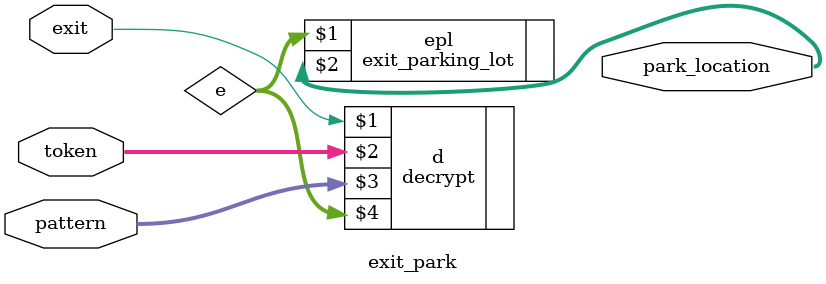
<source format=v>
/*--  *******************************************************
--  Computer Architecture Course, Laboratory Sources 
--  Amirkabir University of Technology (Tehran Polytechnic)
--  Department of Computer Engineering (CE-AUT)
--  https://ce[dot]aut[dot]ac[dot]ir
--  *******************************************************
--  All Rights reserved (C) 2021-2022
--  *******************************************************
--  Student ID  : 
--  Student Name: 
--  Student Mail: 
--  *******************************************************
--  Additional Comments:
--
--*/

/*-----------------------------------------------------------
---  Module Name: exit_park 
-----------------------------------------------------------*/
`timescale 1 ns/1 ns
module exit_park(
	exit,
	token,
	pattern,
	park_location);
	
	input exit;
	input [2:0] token;
	input [2:0] pattern;
	output [7:0] park_location;
	wire [2:0] e;
	
	decrypt d(exit, token, pattern, e);
	exit_parking_lot epl(e, park_location);
	
endmodule

</source>
